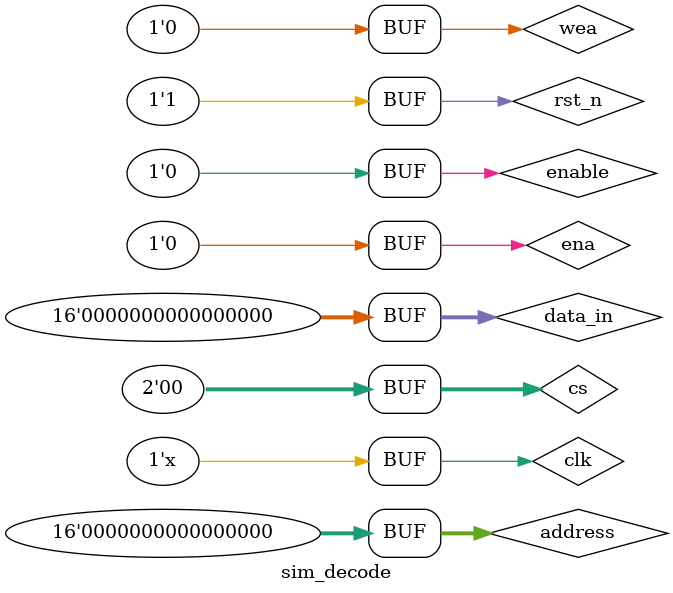
<source format=v>
`timescale 1ns / 1ps


module sim_decode();

reg							clk;
reg 						rst_n;
reg 						enable;

reg 			[1:0]		cs;
reg 						ena;
reg 						wea;
reg 			[15:0]		data_in;
reg 			[15:0]		address;

wire 			[15:0]		data_out;
wire 						end_mode;

initial
begin
	rst_n		=	1'b1;
	clk 		=	1'b0;
	enable		=	1'b0;
	cs 			=	2'b00;
	ena 		=	1'b0;
	wea 		=	1'b0;
	data_in 	=	16'h0000;
	address 	=	16'h0000;
	#1	rst_n	=	1'b0;
		clk 	=	1'b1;
	#1	rst_n	=	1'b1;
		clk  	=	1'b0;
	#1  clk     =   1'b1;
	#1  clk     =   1'b0;
	#1  clk     =   1'b1;
	    enable  =   1'b1;
	#1  clk     =   1'b0;
end

always
begin
    enable  =   1'b0;
	#10	clk	=	~clk;
end

decode_sram		u_decode_sram(
	.clk 					(clk),
	.rst_n 					(rst_n),
	.enable 				(enable),
	.cs 					(cs),
	.ena 					(ena),
	.wea					(wea),
	.data_in 				(data_in),
	.address 				(address),
	.data_out 				(data_out),
	.end_mode 				(end_mode));


endmodule

</source>
